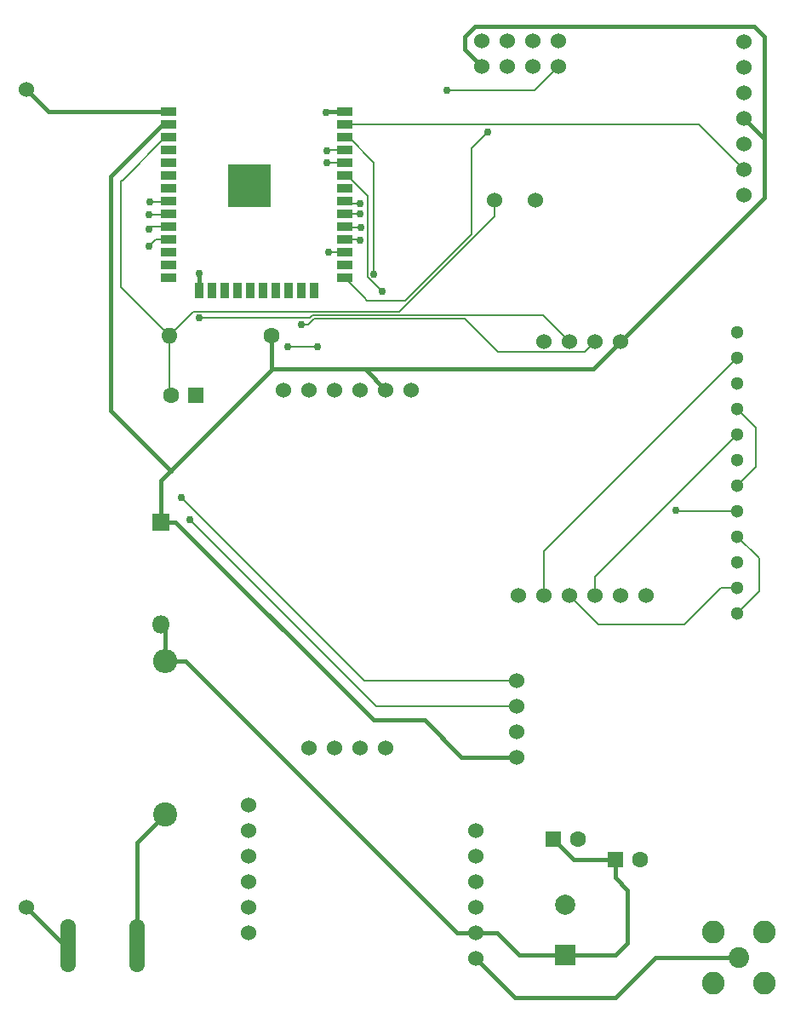
<source format=gbr>
%TF.GenerationSoftware,KiCad,Pcbnew,(6.0.9)*%
%TF.CreationDate,2023-05-03T02:02:48+02:00*%
%TF.ProjectId,esp-merged_v2,6573702d-6d65-4726-9765-645f76322e6b,rev?*%
%TF.SameCoordinates,Original*%
%TF.FileFunction,Copper,L1,Top*%
%TF.FilePolarity,Positive*%
%FSLAX46Y46*%
G04 Gerber Fmt 4.6, Leading zero omitted, Abs format (unit mm)*
G04 Created by KiCad (PCBNEW (6.0.9)) date 2023-05-03 02:02:48*
%MOMM*%
%LPD*%
G01*
G04 APERTURE LIST*
%TA.AperFunction,ComponentPad*%
%ADD10C,1.524000*%
%TD*%
%TA.AperFunction,ComponentPad*%
%ADD11R,1.800000X1.800000*%
%TD*%
%TA.AperFunction,ComponentPad*%
%ADD12O,1.800000X1.800000*%
%TD*%
%TA.AperFunction,ComponentPad*%
%ADD13C,2.400000*%
%TD*%
%TA.AperFunction,ComponentPad*%
%ADD14O,2.400000X2.400000*%
%TD*%
%TA.AperFunction,ComponentPad*%
%ADD15C,1.600000*%
%TD*%
%TA.AperFunction,ComponentPad*%
%ADD16O,1.600000X1.600000*%
%TD*%
%TA.AperFunction,ComponentPad*%
%ADD17R,1.600000X1.600000*%
%TD*%
%TA.AperFunction,ComponentPad*%
%ADD18C,2.050000*%
%TD*%
%TA.AperFunction,ComponentPad*%
%ADD19C,2.250000*%
%TD*%
%TA.AperFunction,ComponentPad*%
%ADD20O,1.524000X5.332000*%
%TD*%
%TA.AperFunction,ComponentPad*%
%ADD21R,2.000000X2.000000*%
%TD*%
%TA.AperFunction,ComponentPad*%
%ADD22C,2.000000*%
%TD*%
%TA.AperFunction,ComponentPad*%
%ADD23C,1.300000*%
%TD*%
%TA.AperFunction,SMDPad,CuDef*%
%ADD24R,1.500000X0.900000*%
%TD*%
%TA.AperFunction,SMDPad,CuDef*%
%ADD25R,0.900000X1.500000*%
%TD*%
%TA.AperFunction,ComponentPad*%
%ADD26C,0.762000*%
%TD*%
%TA.AperFunction,SMDPad,CuDef*%
%ADD27R,4.200000X4.200000*%
%TD*%
%TA.AperFunction,ViaPad*%
%ADD28C,0.750000*%
%TD*%
%TA.AperFunction,Conductor*%
%ADD29C,0.400000*%
%TD*%
%TA.AperFunction,Conductor*%
%ADD30C,0.200000*%
%TD*%
G04 APERTURE END LIST*
D10*
%TO.P,BT1,1,+*%
%TO.N,Net-(BT1-Pad1)*%
X170535000Y-121754000D03*
%TO.P,BT1,2,-*%
%TO.N,GND*%
X170535000Y-40474000D03*
%TD*%
%TO.P,U2,0,GND*%
%TO.N,GND*%
X215235000Y-114085000D03*
%TO.P,U2,1,TXD*%
%TO.N,/RX1*%
X215235000Y-116625000D03*
%TO.P,U2,2,RXD*%
%TO.N,/TX1*%
X215235000Y-119165000D03*
%TO.P,U2,3,RST*%
%TO.N,unconnected-(U2-Pad3)*%
X215235000Y-121705000D03*
%TO.P,U2,4,VCC*%
%TO.N,/Battery VCC*%
X215235000Y-124245000D03*
%TO.P,U2,5,NET*%
%TO.N,Net-(AE1-Pad1)*%
X215235000Y-126785000D03*
%TO.P,U2,6,RING*%
%TO.N,unconnected-(U2-Pad6)*%
X192575000Y-124245000D03*
%TO.P,U2,7,DTR*%
%TO.N,unconnected-(U2-Pad7)*%
X192575000Y-121705000D03*
%TO.P,U2,8,MICP*%
%TO.N,unconnected-(U2-Pad8)*%
X192575000Y-119165000D03*
%TO.P,U2,9,MICN*%
%TO.N,unconnected-(U2-Pad9)*%
X192575000Y-116625000D03*
%TO.P,U2,10,SPKP*%
%TO.N,unconnected-(U2-Pad10)*%
X192575000Y-114085000D03*
%TO.P,U2,11,SPKN*%
%TO.N,unconnected-(U2-Pad11)*%
X192575000Y-111545000D03*
%TD*%
D11*
%TO.P,D1,1,A*%
%TO.N,/3.3 VCC*%
X183900000Y-83420000D03*
D12*
%TO.P,D1,2,K*%
%TO.N,/Battery VCC*%
X183900000Y-93580000D03*
%TD*%
D10*
%TO.P,J2,1,CD/DAT3*%
%TO.N,/CS*%
X241915000Y-50955000D03*
%TO.P,J2,2,CMD*%
%TO.N,/MOSI*%
X241915000Y-48415000D03*
%TO.P,J2,3,VSS*%
%TO.N,GND*%
X241915000Y-45875000D03*
%TO.P,J2,4,VDD*%
%TO.N,/3.3 VCC*%
X241915000Y-43335000D03*
%TO.P,J2,5,CLK*%
%TO.N,/CLK*%
X241915000Y-40795000D03*
%TO.P,J2,6,VSS*%
%TO.N,GND*%
X241915000Y-38255000D03*
%TO.P,J2,7,DAT0*%
%TO.N,/MISO*%
X241915000Y-35715000D03*
%TD*%
D13*
%TO.P,F1,1*%
%TO.N,Net-(F1-Pad1)*%
X184300000Y-112520000D03*
D14*
%TO.P,F1,2*%
%TO.N,/Battery VCC*%
X184300000Y-97280000D03*
%TD*%
D15*
%TO.P,R1,1*%
%TO.N,/3.3 VCC*%
X194880000Y-64900000D03*
D16*
%TO.P,R1,2*%
%TO.N,/PROG_EN*%
X184720000Y-64900000D03*
%TD*%
D17*
%TO.P,C3,1*%
%TO.N,/Battery VCC*%
X229094888Y-117000000D03*
D15*
%TO.P,C3,2*%
%TO.N,GND*%
X231594888Y-117000000D03*
%TD*%
D18*
%TO.P,AE1,1,A*%
%TO.N,Net-(AE1-Pad1)*%
X241400000Y-126700000D03*
D19*
%TO.P,AE1,2*%
%TO.N,N/C*%
X238860000Y-124160000D03*
X243940000Y-129240000D03*
X238860000Y-129240000D03*
X243940000Y-124160000D03*
%TD*%
D17*
%TO.P,C4,1*%
%TO.N,/Battery VCC*%
X222894888Y-114967677D03*
D15*
%TO.P,C4,2*%
%TO.N,GND*%
X225394888Y-114967677D03*
%TD*%
D20*
%TO.P,SW1,1,1*%
%TO.N,Net-(BT1-Pad1)*%
X174639000Y-125568000D03*
%TO.P,SW1,2,2*%
%TO.N,Net-(F1-Pad1)*%
X181497000Y-125568000D03*
%TD*%
D21*
%TO.P,C2,1*%
%TO.N,/Battery VCC*%
X224100000Y-126467677D03*
D22*
%TO.P,C2,2*%
%TO.N,GND*%
X224100000Y-121467677D03*
%TD*%
D23*
%TO.P,J3,1,Pin_1*%
%TO.N,Net-(J3-Pad1)*%
X241245000Y-92495000D03*
%TO.P,J3,2,Pin_2*%
%TO.N,/A- R*%
X241245000Y-89955000D03*
%TO.P,J3,3,Pin_3*%
%TO.N,Net-(J3-Pad12)*%
X241245000Y-87415000D03*
%TO.P,J3,4,Pin_4*%
%TO.N,Net-(J3-Pad1)*%
X241245000Y-84875000D03*
%TO.P,J3,5,Pin_5*%
%TO.N,/E+ R*%
X241245000Y-82335000D03*
%TO.P,J3,6,Pin_6*%
%TO.N,Net-(J3-Pad6)*%
X241245000Y-79795000D03*
%TO.P,J3,7,Pin_7*%
%TO.N,Net-(J3-Pad10)*%
X241245000Y-77255000D03*
%TO.P,J3,8,Pin_8*%
%TO.N,/A+ R*%
X241245000Y-74715000D03*
%TO.P,J3,9,Pin_9*%
%TO.N,Net-(J3-Pad6)*%
X241245000Y-72175000D03*
%TO.P,J3,10,Pin_10*%
%TO.N,Net-(J3-Pad10)*%
X241245000Y-69635000D03*
%TO.P,J3,11,Pin_11*%
%TO.N,/E- R*%
X241245000Y-67095000D03*
%TO.P,J3,12,Pin_12*%
%TO.N,Net-(J3-Pad12)*%
X241245000Y-64555000D03*
%TD*%
D10*
%TO.P,S1,0,Vcc*%
%TO.N,/3.3 VCC*%
X219245000Y-106815000D03*
%TO.P,S1,1,GND*%
%TO.N,GND*%
X219245000Y-104275000D03*
%TO.P,S1,2,DO*%
%TO.N,/wstrzas D*%
X219245000Y-101735000D03*
%TO.P,S1,3,AO*%
%TO.N,/wstrzas A*%
X219245000Y-99195000D03*
%TD*%
%TO.P,M1,0,E+*%
%TO.N,/E+ R*%
X219445000Y-90705000D03*
%TO.P,M1,1,E-*%
%TO.N,/E- R*%
X221985000Y-90705000D03*
%TO.P,M1,2,A-*%
%TO.N,/A- R*%
X224525000Y-90705000D03*
%TO.P,M1,3,A+*%
%TO.N,/A+ R*%
X227065000Y-90705000D03*
%TO.P,M1,4,B-*%
%TO.N,unconnected-(M1-Pad4)*%
X229605000Y-90705000D03*
%TO.P,M1,5,B+*%
%TO.N,unconnected-(M1-Pad5)*%
X232145000Y-90705000D03*
%TO.P,M1,6,GND*%
%TO.N,GND*%
X221985000Y-65495000D03*
%TO.P,M1,7,DT*%
%TO.N,/HX Data*%
X224525000Y-65495000D03*
%TO.P,M1,8,SCK*%
%TO.N,/HX clk*%
X227065000Y-65495000D03*
%TO.P,M1,9,VCC*%
%TO.N,/3.3 VCC*%
X229605000Y-65495000D03*
%TD*%
D24*
%TO.P,U1,1,GND*%
%TO.N,GND*%
X184650000Y-42650000D03*
%TO.P,U1,2,VDD*%
%TO.N,/3.3 VCC*%
X184650000Y-43920000D03*
%TO.P,U1,3,EN*%
%TO.N,/PROG_EN*%
X184650000Y-45190000D03*
%TO.P,U1,4,SENSOR_VP*%
%TO.N,unconnected-(U1-Pad4)*%
X184650000Y-46460000D03*
%TO.P,U1,5,SENSOR_VN*%
%TO.N,unconnected-(U1-Pad5)*%
X184650000Y-47730000D03*
%TO.P,U1,6,IO34*%
%TO.N,unconnected-(U1-Pad6)*%
X184650000Y-49000000D03*
%TO.P,U1,7,IO35*%
%TO.N,unconnected-(U1-Pad7)*%
X184650000Y-50270000D03*
%TO.P,U1,8,IO32*%
%TO.N,/wstrzas A*%
X184650000Y-51540000D03*
%TO.P,U1,9,IO33*%
%TO.N,/wstrzas D*%
X184650000Y-52810000D03*
%TO.P,U1,10,IO25*%
%TO.N,/HX clk*%
X184650000Y-54080000D03*
%TO.P,U1,11,IO26*%
%TO.N,/HX Data*%
X184650000Y-55350000D03*
%TO.P,U1,12,IO27*%
%TO.N,unconnected-(U1-Pad12)*%
X184650000Y-56620000D03*
%TO.P,U1,13,IO14*%
%TO.N,unconnected-(U1-Pad13)*%
X184650000Y-57890000D03*
%TO.P,U1,14,IO12*%
%TO.N,unconnected-(U1-Pad14)*%
X184650000Y-59160000D03*
D25*
%TO.P,U1,15,GND*%
%TO.N,GND*%
X187690000Y-60410000D03*
%TO.P,U1,16,IO13*%
%TO.N,unconnected-(U1-Pad16)*%
X188960000Y-60410000D03*
%TO.P,U1,17,SHD/SD2*%
%TO.N,unconnected-(U1-Pad17)*%
X190230000Y-60410000D03*
%TO.P,U1,18,SWP/SD3*%
%TO.N,unconnected-(U1-Pad18)*%
X191500000Y-60410000D03*
%TO.P,U1,19,SCS/CMD*%
%TO.N,unconnected-(U1-Pad19)*%
X192770000Y-60410000D03*
%TO.P,U1,20,SCK/CLK*%
%TO.N,unconnected-(U1-Pad20)*%
X194040000Y-60410000D03*
%TO.P,U1,21,SDO/SD0*%
%TO.N,unconnected-(U1-Pad21)*%
X195310000Y-60410000D03*
%TO.P,U1,22,SDI/SD1*%
%TO.N,unconnected-(U1-Pad22)*%
X196580000Y-60410000D03*
%TO.P,U1,23,IO15*%
%TO.N,unconnected-(U1-Pad23)*%
X197850000Y-60410000D03*
%TO.P,U1,24,IO2*%
%TO.N,unconnected-(U1-Pad24)*%
X199120000Y-60410000D03*
D24*
%TO.P,U1,25,IO0*%
%TO.N,/PROG_I0*%
X202150000Y-59160000D03*
%TO.P,U1,26,IO4*%
%TO.N,unconnected-(U1-Pad26)*%
X202150000Y-57890000D03*
%TO.P,U1,27,IO16*%
%TO.N,/RX1*%
X202150000Y-56620000D03*
%TO.P,U1,28,IO17*%
%TO.N,/TX1*%
X202150000Y-55350000D03*
%TO.P,U1,29,IO5*%
%TO.N,/CS*%
X202150000Y-54080000D03*
%TO.P,U1,30,IO18*%
%TO.N,/CLK*%
X202150000Y-52810000D03*
%TO.P,U1,31,IO19*%
%TO.N,/MISO*%
X202150000Y-51540000D03*
%TO.P,U1,32,NC*%
%TO.N,unconnected-(U1-Pad32)*%
X202150000Y-50270000D03*
%TO.P,U1,33,IO21*%
%TO.N,/SDA*%
X202150000Y-49000000D03*
%TO.P,U1,34,RXD0/IO3*%
%TO.N,/PROG_TX*%
X202150000Y-47730000D03*
%TO.P,U1,35,TXD0/IO1*%
%TO.N,/PROG_RX*%
X202150000Y-46460000D03*
%TO.P,U1,36,IO22*%
%TO.N,/SCL*%
X202150000Y-45190000D03*
%TO.P,U1,37,IO23*%
%TO.N,/MOSI*%
X202150000Y-43920000D03*
%TO.P,U1,38,GND*%
%TO.N,GND*%
X202150000Y-42650000D03*
D26*
%TO.P,U1,39,GND*%
X194245000Y-49227500D03*
X191957500Y-51515000D03*
X191195000Y-50752500D03*
X191957500Y-49990000D03*
X194245000Y-50752500D03*
X193482500Y-51515000D03*
D27*
X192720000Y-49990000D03*
D26*
X191957500Y-48465000D03*
X192720000Y-49227500D03*
X191195000Y-49227500D03*
X193482500Y-48465000D03*
X193482500Y-49990000D03*
X192720000Y-50752500D03*
%TD*%
D10*
%TO.P,SW2,1,1*%
%TO.N,GND*%
X221125000Y-51448000D03*
%TO.P,SW2,2,2*%
%TO.N,/PROG_EN*%
X217061000Y-51448000D03*
%TD*%
%TO.P,U3,1,32KHZ*%
%TO.N,unconnected-(U3-Pad1)*%
X196105000Y-70290000D03*
%TO.P,U3,2,VCC*%
%TO.N,/3.3 VCC*%
X206265000Y-70290000D03*
%TO.P,U3,2'*%
%TO.N,N/C*%
X203725000Y-105900000D03*
%TO.P,U3,3,~{INT}/SQW*%
%TO.N,unconnected-(U3-Pad3)*%
X198645000Y-70290000D03*
%TO.P,U3,13,GND*%
%TO.N,GND*%
X208805000Y-70290000D03*
%TO.P,U3,13'*%
%TO.N,N/C*%
X206265000Y-105900000D03*
%TO.P,U3,15,SDA*%
%TO.N,/SDA*%
X203725000Y-70290000D03*
%TO.P,U3,15'*%
%TO.N,N/C*%
X201185000Y-105900000D03*
%TO.P,U3,16,SCL*%
%TO.N,/SCL*%
X201185000Y-70290000D03*
%TO.P,U3,16'*%
%TO.N,N/C*%
X198645000Y-105900000D03*
%TD*%
D17*
%TO.P,C1,1*%
%TO.N,GND*%
X187405112Y-70800000D03*
D15*
%TO.P,C1,2*%
%TO.N,/PROG_EN*%
X184905112Y-70800000D03*
%TD*%
D10*
%TO.P,J1,1,Pin_1*%
%TO.N,/3.3 VCC*%
X215785000Y-38151000D03*
%TO.P,J1,2,Pin_2*%
%TO.N,/PROG_I0*%
X218325000Y-38151000D03*
%TO.P,J1,3,Pin_3*%
%TO.N,/PROG_EN*%
X220865000Y-38151000D03*
%TO.P,J1,4,Pin_4*%
%TO.N,/PROG_TX*%
X223405000Y-38151000D03*
%TO.P,J1,5,Pin_5*%
%TO.N,/PROG_RX*%
X215785000Y-35611000D03*
%TO.P,J1,6,Pin_6*%
%TO.N,unconnected-(J1-Pad6)*%
X218325000Y-35611000D03*
%TO.P,J1,7,Pin_7*%
%TO.N,unconnected-(J1-Pad7)*%
X220865000Y-35611000D03*
%TO.P,J1,8,Pin_8*%
%TO.N,GND*%
X223405000Y-35611000D03*
%TD*%
D28*
%TO.N,GND*%
X187700000Y-58700000D03*
X200300000Y-42700000D03*
%TO.N,/PROG_I0*%
X216400000Y-44700000D03*
%TO.N,/PROG_TX*%
X200400000Y-47700000D03*
X212300000Y-40500000D03*
%TO.N,/PROG_RX*%
X200400000Y-46500000D03*
%TO.N,/CS*%
X203800000Y-54200000D03*
%TO.N,/CLK*%
X203700000Y-52800000D03*
%TO.N,/MISO*%
X203700000Y-51800000D03*
%TO.N,/E+ R*%
X235100000Y-82300000D03*
%TO.N,/HX Data*%
X182700000Y-56000000D03*
X187700000Y-63124500D03*
%TO.N,/HX clk*%
X197900000Y-63800000D03*
X182700000Y-54300000D03*
%TO.N,/wstrzas D*%
X182700000Y-52900000D03*
X186800000Y-83200000D03*
%TO.N,/wstrzas A*%
X182800000Y-51600000D03*
X185900000Y-81000000D03*
%TO.N,/RX1*%
X200600000Y-56600000D03*
%TO.N,/TX1*%
X203700000Y-55400000D03*
X199500000Y-66000000D03*
X196500000Y-66000000D03*
%TO.N,/SDA*%
X205900000Y-60500000D03*
%TO.N,/SCL*%
X205100000Y-58800000D03*
%TD*%
D29*
%TO.N,Net-(AE1-Pad1)*%
X229100000Y-130700000D02*
X233100000Y-126700000D01*
X215235000Y-126785000D02*
X219150000Y-130700000D01*
X219150000Y-130700000D02*
X229100000Y-130700000D01*
X233100000Y-126700000D02*
X241400000Y-126700000D01*
%TO.N,/Battery VCC*%
X229094888Y-118794888D02*
X229094888Y-117000000D01*
X224100000Y-126467677D02*
X229132323Y-126467677D01*
X230300000Y-125300000D02*
X230300000Y-120000000D01*
X184300000Y-97280000D02*
X186380000Y-97280000D01*
X184300000Y-93980000D02*
X183900000Y-93580000D01*
X224927211Y-117000000D02*
X229094888Y-117000000D01*
X213345000Y-124245000D02*
X215235000Y-124245000D01*
X184300000Y-97280000D02*
X184300000Y-93980000D01*
X229132323Y-126467677D02*
X230300000Y-125300000D01*
X230300000Y-120000000D02*
X229094888Y-118794888D01*
X217345000Y-124245000D02*
X219567677Y-126467677D01*
X219567677Y-126467677D02*
X224100000Y-126467677D01*
X186380000Y-97280000D02*
X213345000Y-124245000D01*
X215235000Y-124245000D02*
X217345000Y-124245000D01*
X222894888Y-114967677D02*
X224927211Y-117000000D01*
%TO.N,GND*%
X184650000Y-42650000D02*
X172711000Y-42650000D01*
X200350000Y-42650000D02*
X200300000Y-42700000D01*
X172711000Y-42650000D02*
X170535000Y-40474000D01*
X187690000Y-60410000D02*
X187690000Y-58710000D01*
X202150000Y-42650000D02*
X200350000Y-42650000D01*
X187690000Y-58710000D02*
X187700000Y-58700000D01*
D30*
%TO.N,/PROG_EN*%
X187120000Y-62500000D02*
X207600000Y-62500000D01*
X184350000Y-45190000D02*
X180040000Y-49500000D01*
X179900000Y-49500000D02*
X179900000Y-60080000D01*
X179900000Y-60080000D02*
X184720000Y-64900000D01*
X207600000Y-62500000D02*
X217061000Y-53039000D01*
X180040000Y-49500000D02*
X179900000Y-49500000D01*
X217061000Y-53039000D02*
X217061000Y-51448000D01*
X184720000Y-64900000D02*
X184720000Y-70614888D01*
X184650000Y-45190000D02*
X184350000Y-45190000D01*
X184720000Y-64900000D02*
X187120000Y-62500000D01*
X184720000Y-70614888D02*
X184905112Y-70800000D01*
D29*
%TO.N,/3.3 VCC*%
X214100000Y-35200000D02*
X215100000Y-34200000D01*
X243900000Y-51200000D02*
X229605000Y-65495000D01*
X215100000Y-34200000D02*
X242900000Y-34200000D01*
X242900000Y-34200000D02*
X243900000Y-35200000D01*
X202575000Y-68200000D02*
X195000000Y-68200000D01*
X183900000Y-83420000D02*
X183900000Y-79300000D01*
X206265000Y-70290000D02*
X204175000Y-68200000D01*
X185357606Y-83420000D02*
X205037606Y-103100000D01*
X178900000Y-49040000D02*
X178900000Y-72400000D01*
X229605000Y-65495000D02*
X226900000Y-68200000D01*
X215785000Y-38151000D02*
X214100000Y-36466000D01*
X195000000Y-68200000D02*
X194880000Y-68080000D01*
X203300000Y-68200000D02*
X202575000Y-68200000D01*
X184900000Y-78300000D02*
X195000000Y-68200000D01*
X194880000Y-68080000D02*
X194880000Y-64900000D01*
X205037606Y-103100000D02*
X210100000Y-103100000D01*
X184900000Y-78400000D02*
X184900000Y-78300000D01*
X204175000Y-68200000D02*
X203300000Y-68200000D01*
X243900000Y-35200000D02*
X243900000Y-45320000D01*
X214100000Y-36466000D02*
X214100000Y-35200000D01*
X243900000Y-45320000D02*
X243900000Y-51200000D01*
X178900000Y-72400000D02*
X184900000Y-78400000D01*
X183900000Y-79300000D02*
X184900000Y-78300000D01*
X213815000Y-106815000D02*
X219245000Y-106815000D01*
X210100000Y-103100000D02*
X213815000Y-106815000D01*
X226900000Y-68200000D02*
X203300000Y-68200000D01*
X184650000Y-43920000D02*
X184020000Y-43920000D01*
X183900000Y-83420000D02*
X185357606Y-83420000D01*
X241915000Y-43335000D02*
X243900000Y-45320000D01*
X184020000Y-43920000D02*
X178900000Y-49040000D01*
%TO.N,Net-(F1-Pad1)*%
X181497000Y-125568000D02*
X181497000Y-115323000D01*
X181497000Y-115323000D02*
X184300000Y-112520000D01*
D30*
%TO.N,/PROG_I0*%
X214800000Y-46270000D02*
X216370000Y-44700000D01*
X202150000Y-59160000D02*
X204115000Y-61125000D01*
X214800000Y-54805026D02*
X214800000Y-46270000D01*
X208205026Y-61400000D02*
X214800000Y-54805026D01*
X204400000Y-61400000D02*
X208205026Y-61400000D01*
X204125000Y-61125000D02*
X204400000Y-61400000D01*
X216370000Y-44700000D02*
X216400000Y-44700000D01*
X204115000Y-61125000D02*
X204125000Y-61125000D01*
%TO.N,/PROG_TX*%
X202150000Y-47730000D02*
X200430000Y-47730000D01*
X200430000Y-47730000D02*
X200400000Y-47700000D01*
X212300000Y-40500000D02*
X221056000Y-40500000D01*
X221056000Y-40500000D02*
X223405000Y-38151000D01*
%TO.N,/PROG_RX*%
X202150000Y-46460000D02*
X200440000Y-46460000D01*
X200440000Y-46460000D02*
X200400000Y-46500000D01*
%TO.N,/CS*%
X202270000Y-54200000D02*
X202150000Y-54080000D01*
X203800000Y-54200000D02*
X202270000Y-54200000D01*
%TO.N,/MOSI*%
X237420000Y-43920000D02*
X241915000Y-48415000D01*
X202150000Y-43920000D02*
X237420000Y-43920000D01*
%TO.N,/CLK*%
X203700000Y-52800000D02*
X202160000Y-52800000D01*
X202160000Y-52800000D02*
X202150000Y-52810000D01*
%TO.N,/MISO*%
X202410000Y-51800000D02*
X202150000Y-51540000D01*
X203700000Y-51800000D02*
X202410000Y-51800000D01*
%TO.N,Net-(J3-Pad1)*%
X241245000Y-92495000D02*
X243400000Y-90340000D01*
X243400000Y-90340000D02*
X243400000Y-87030000D01*
X243400000Y-87030000D02*
X241245000Y-84875000D01*
%TO.N,/A- R*%
X241245000Y-89955000D02*
X239645000Y-89955000D01*
X227420000Y-93600000D02*
X224525000Y-90705000D01*
X239645000Y-89955000D02*
X236000000Y-93600000D01*
X236000000Y-93600000D02*
X227420000Y-93600000D01*
%TO.N,/E+ R*%
X241245000Y-82335000D02*
X235135000Y-82335000D01*
X235135000Y-82335000D02*
X235100000Y-82300000D01*
%TO.N,Net-(J3-Pad6)*%
X241245000Y-79795000D02*
X243100000Y-77940000D01*
X243100000Y-77940000D02*
X243100000Y-74030000D01*
X243100000Y-74030000D02*
X241245000Y-72175000D01*
%TO.N,/A+ R*%
X227065000Y-88895000D02*
X227065000Y-90705000D01*
X241245000Y-74715000D02*
X227065000Y-88895000D01*
%TO.N,/E- R*%
X221985000Y-86355000D02*
X221985000Y-90705000D01*
X241245000Y-67095000D02*
X221985000Y-86355000D01*
%TO.N,/HX Data*%
X183350000Y-55350000D02*
X184650000Y-55350000D01*
X221880000Y-62850000D02*
X224525000Y-65495000D01*
X198955026Y-62850000D02*
X221880000Y-62850000D01*
X198680526Y-63124500D02*
X198955026Y-62850000D01*
X182700000Y-56000000D02*
X183350000Y-55350000D01*
X187700000Y-63124500D02*
X198680526Y-63124500D01*
%TO.N,/HX clk*%
X217407000Y-66507000D02*
X226053000Y-66507000D01*
X198500000Y-63800000D02*
X199100000Y-63200000D01*
X214100000Y-63200000D02*
X217407000Y-66507000D01*
X182700000Y-54300000D02*
X182920000Y-54080000D01*
X199100000Y-63200000D02*
X214100000Y-63200000D01*
X197900000Y-63800000D02*
X198500000Y-63800000D01*
X182920000Y-54080000D02*
X184650000Y-54080000D01*
X226053000Y-66507000D02*
X227065000Y-65495000D01*
%TO.N,/wstrzas D*%
X184560000Y-52900000D02*
X184650000Y-52810000D01*
X205335000Y-101735000D02*
X186800000Y-83200000D01*
X219245000Y-101735000D02*
X205335000Y-101735000D01*
X182700000Y-52900000D02*
X184560000Y-52900000D01*
%TO.N,/wstrzas A*%
X204095000Y-99195000D02*
X201650000Y-96750000D01*
X201650000Y-96750000D02*
X185900000Y-81000000D01*
X182800000Y-51600000D02*
X184590000Y-51600000D01*
X184590000Y-51600000D02*
X184650000Y-51540000D01*
X219245000Y-99195000D02*
X204095000Y-99195000D01*
%TO.N,/RX1*%
X202150000Y-56620000D02*
X200620000Y-56620000D01*
X200620000Y-56620000D02*
X200600000Y-56600000D01*
%TO.N,/TX1*%
X202150000Y-55350000D02*
X203650000Y-55350000D01*
X203650000Y-55350000D02*
X203700000Y-55400000D01*
X199500000Y-66000000D02*
X196500000Y-66000000D01*
%TO.N,/SDA*%
X204475000Y-51025000D02*
X204475000Y-59075000D01*
X202450000Y-49000000D02*
X204475000Y-51025000D01*
X202150000Y-49000000D02*
X202450000Y-49000000D01*
X204475000Y-59075000D02*
X205900000Y-60500000D01*
%TO.N,/SCL*%
X205100000Y-47710000D02*
X205100000Y-58800000D01*
X202580000Y-45190000D02*
X205100000Y-47710000D01*
X202150000Y-45190000D02*
X202580000Y-45190000D01*
D29*
%TO.N,Net-(BT1-Pad1)*%
X170535000Y-121754000D02*
X174349000Y-125568000D01*
X174349000Y-125568000D02*
X174639000Y-125568000D01*
%TD*%
M02*

</source>
